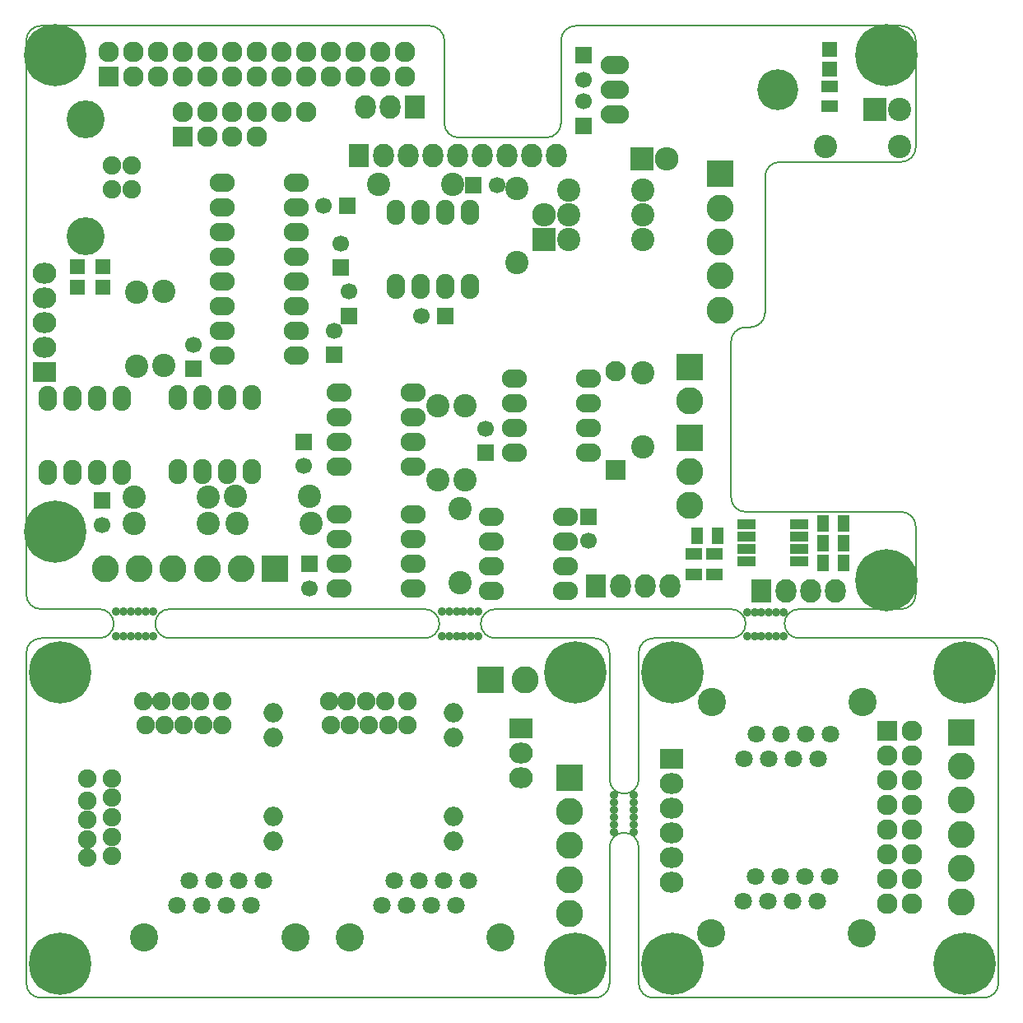
<source format=gbr>
G04 #@! TF.FileFunction,Soldermask,Top*
%FSLAX46Y46*%
G04 Gerber Fmt 4.6, Leading zero omitted, Abs format (unit mm)*
G04 Created by KiCad (PCBNEW 4.0.2-4+6225~38~ubuntu14.04.1-stable) date Mon 07 Mar 2016 05:43:57 PM CET*
%MOMM*%
G01*
G04 APERTURE LIST*
%ADD10C,0.100000*%
%ADD11C,0.150000*%
%ADD12C,1.901140*%
%ADD13C,3.900120*%
%ADD14C,2.398980*%
%ADD15R,2.100000X2.100000*%
%ADD16O,2.127200X2.127200*%
%ADD17R,2.127200X2.127200*%
%ADD18C,1.900000*%
%ADD19C,1.800000*%
%ADD20C,2.900000*%
%ADD21C,0.900000*%
%ADD22R,1.700000X1.700000*%
%ADD23C,1.700000*%
%ADD24C,2.099260*%
%ADD25R,2.099260X2.099260*%
%ADD26C,6.400000*%
%ADD27O,2.120000X2.120000*%
%ADD28R,2.432000X2.432000*%
%ADD29O,2.432000X2.432000*%
%ADD30R,1.950000X1.000000*%
%ADD31R,2.432000X2.127200*%
%ADD32O,2.432000X2.127200*%
%ADD33C,2.800000*%
%ADD34R,2.800000X2.800000*%
%ADD35R,2.127200X2.432000*%
%ADD36O,2.127200X2.432000*%
%ADD37O,2.899360X1.901140*%
%ADD38C,4.199840*%
%ADD39O,2.000000X2.000000*%
%ADD40R,2.400000X2.400000*%
%ADD41C,2.400000*%
%ADD42R,1.598880X1.598880*%
%ADD43R,1.300000X1.700000*%
%ADD44R,1.700000X1.300000*%
%ADD45O,2.599640X1.901140*%
%ADD46O,1.901140X2.599640*%
G04 APERTURE END LIST*
D10*
D11*
X148250000Y-100000000D02*
X172500000Y-100000000D01*
X141000000Y-100000000D02*
X114750000Y-100000000D01*
X114750000Y-103000000D02*
X141000000Y-103000000D01*
X142500000Y-101500000D02*
G75*
G03X141000000Y-100000000I-1500000J0D01*
G01*
X141000000Y-103000000D02*
G75*
G03X142500000Y-101500000I0J1500000D01*
G01*
X101500000Y-100000000D02*
X107500000Y-100000000D01*
X101500000Y-103000000D02*
X107500000Y-103000000D01*
X148250000Y-100000000D02*
G75*
G03X146750000Y-101500000I0J-1500000D01*
G01*
X148250000Y-103000000D02*
X158500000Y-103000000D01*
X146750000Y-101500000D02*
G75*
G03X148250000Y-103000000I1500000J0D01*
G01*
X174000000Y-90000000D02*
X190000000Y-90000000D01*
X177500000Y-54000000D02*
X190000000Y-54000000D01*
X176000000Y-55500000D02*
X176000000Y-69500000D01*
X172500000Y-88500000D02*
X172500000Y-72500000D01*
X174000000Y-71000000D02*
X174500000Y-71000000D01*
X174500000Y-71000000D02*
G75*
G03X176000000Y-69500000I0J1500000D01*
G01*
X174000000Y-71000000D02*
G75*
G03X172500000Y-72500000I0J-1500000D01*
G01*
X161500000Y-119000000D02*
G75*
G03X163000000Y-117500000I0J1500000D01*
G01*
X163000000Y-124500000D02*
G75*
G03X161500000Y-123000000I-1500000J0D01*
G01*
X163000000Y-124500000D02*
X163000000Y-138500000D01*
X163000000Y-104500000D02*
X163000000Y-117500000D01*
X160000000Y-124500000D02*
X160000000Y-138500000D01*
X160000000Y-104500000D02*
X160000000Y-117500000D01*
X161500000Y-123000000D02*
G75*
G03X160000000Y-124500000I0J-1500000D01*
G01*
X160000000Y-117500000D02*
G75*
G03X161500000Y-119000000I1500000J0D01*
G01*
X164500000Y-103000000D02*
X172500000Y-103000000D01*
X164500000Y-140000000D02*
X198500000Y-140000000D01*
X163000000Y-138500000D02*
G75*
G03X164500000Y-140000000I1500000J0D01*
G01*
X158500000Y-140000000D02*
G75*
G03X160000000Y-138500000I0J1500000D01*
G01*
X164500000Y-103000000D02*
G75*
G03X163000000Y-104500000I0J-1500000D01*
G01*
X160000000Y-104500000D02*
G75*
G03X158500000Y-103000000I-1500000J0D01*
G01*
X113250000Y-101500000D02*
G75*
G03X114750000Y-103000000I1500000J0D01*
G01*
X114750000Y-100000000D02*
G75*
G03X113250000Y-101500000I0J-1500000D01*
G01*
X174000000Y-101500000D02*
G75*
G03X172500000Y-100000000I-1500000J0D01*
G01*
X172500000Y-103000000D02*
G75*
G03X174000000Y-101500000I0J1500000D01*
G01*
X178000000Y-101500000D02*
G75*
G03X179500000Y-103000000I1500000J0D01*
G01*
X179500000Y-100000000D02*
G75*
G03X178000000Y-101500000I0J-1500000D01*
G01*
X190000000Y-100000000D02*
X179500000Y-100000000D01*
X198500000Y-103000000D02*
X179500000Y-103000000D01*
X107500000Y-103000000D02*
G75*
G03X109000000Y-101500000I0J1500000D01*
G01*
X109000000Y-101500000D02*
G75*
G03X107500000Y-100000000I-1500000J0D01*
G01*
X198500000Y-140000000D02*
G75*
G03X200000000Y-138500000I0J1500000D01*
G01*
X200000000Y-104500000D02*
G75*
G03X198500000Y-103000000I-1500000J0D01*
G01*
X101500000Y-103000000D02*
G75*
G03X100000000Y-104500000I0J-1500000D01*
G01*
X100000000Y-138500000D02*
G75*
G03X101500000Y-140000000I1500000J0D01*
G01*
X100000000Y-104500000D02*
X100000000Y-138500000D01*
X200000000Y-104500000D02*
X200000000Y-138500000D01*
X101500000Y-140000000D02*
X158500000Y-140000000D01*
X191500000Y-91500000D02*
G75*
G03X190000000Y-90000000I-1500000J0D01*
G01*
X172500000Y-88500000D02*
G75*
G03X174000000Y-90000000I1500000J0D01*
G01*
X177500000Y-54000000D02*
G75*
G03X176000000Y-55500000I0J-1500000D01*
G01*
X190000000Y-54000000D02*
G75*
G03X191500000Y-52500000I0J1500000D01*
G01*
X191500000Y-41500000D02*
X191500000Y-52500000D01*
X143000000Y-41500000D02*
G75*
G03X141500000Y-40000000I-1500000J0D01*
G01*
X156500000Y-40000000D02*
G75*
G03X155000000Y-41500000I0J-1500000D01*
G01*
X153500000Y-51500000D02*
G75*
G03X155000000Y-50000000I0J1500000D01*
G01*
X143000000Y-50000000D02*
G75*
G03X144500000Y-51500000I1500000J0D01*
G01*
X144500000Y-51500000D02*
X153500000Y-51500000D01*
X143000000Y-41500000D02*
X143000000Y-50000000D01*
X155000000Y-41500000D02*
X155000000Y-50000000D01*
X190000000Y-40000000D02*
X156500000Y-40000000D01*
X100000000Y-41500000D02*
X100000000Y-98500000D01*
X191500000Y-91500000D02*
X191500000Y-98500000D01*
X191500000Y-41500000D02*
G75*
G03X190000000Y-40000000I-1500000J0D01*
G01*
X190000000Y-100000000D02*
G75*
G03X191500000Y-98500000I0J1500000D01*
G01*
X100000000Y-98500000D02*
G75*
G03X101500000Y-100000000I1500000J0D01*
G01*
X101500000Y-40000000D02*
G75*
G03X100000000Y-41500000I0J-1500000D01*
G01*
X101500000Y-40000000D02*
X141500000Y-40000000D01*
D12*
X108839000Y-54356000D03*
X108839000Y-56845200D03*
X110845600Y-56845200D03*
X110845600Y-54356000D03*
D13*
X106121200Y-49580800D03*
X106121200Y-61620400D03*
D14*
X155829000Y-56896000D03*
X163449000Y-56896000D03*
D15*
X116103400Y-51384200D03*
D16*
X116103400Y-48844200D03*
X118643400Y-51384200D03*
X118643400Y-48844200D03*
X121183400Y-51384200D03*
X121183400Y-48844200D03*
X123723400Y-51384200D03*
X123723400Y-48844200D03*
D17*
X108483400Y-45212000D03*
D16*
X108483400Y-42672000D03*
X111023400Y-45212000D03*
X111023400Y-42672000D03*
X113563400Y-45212000D03*
X113563400Y-42672000D03*
X116103400Y-45212000D03*
X116103400Y-42672000D03*
X118643400Y-45212000D03*
X118643400Y-42672000D03*
X121183400Y-45212000D03*
X121183400Y-42672000D03*
X123723400Y-45212000D03*
X123723400Y-42672000D03*
X126263400Y-45212000D03*
X126263400Y-42672000D03*
X128803400Y-45212000D03*
X128803400Y-42672000D03*
X131343400Y-45212000D03*
X131343400Y-42672000D03*
X133883400Y-45212000D03*
X133883400Y-42672000D03*
X136423400Y-45212000D03*
X136423400Y-42672000D03*
X138963400Y-45212000D03*
X138963400Y-42672000D03*
D18*
X139205000Y-109442000D03*
X132955000Y-109442000D03*
X136955000Y-109442000D03*
X134955000Y-109442000D03*
X131191000Y-109474000D03*
X135255000Y-111942000D03*
X133255000Y-111942880D03*
X139205000Y-111942000D03*
X137255000Y-111942000D03*
X131305000Y-111942880D03*
D19*
X117995000Y-130460000D03*
X115455000Y-130460000D03*
X116725000Y-127920000D03*
X119265000Y-127920000D03*
X120535000Y-130460000D03*
X121805000Y-127920000D03*
X123075000Y-130460000D03*
X124345000Y-127920000D03*
D20*
X112150000Y-133750000D03*
X127650000Y-133750000D03*
D21*
X142750000Y-100250000D03*
X143500000Y-100250000D03*
X144250000Y-100250000D03*
X145000000Y-100250000D03*
X145750000Y-100250000D03*
X146500000Y-100250000D03*
X142750000Y-102750000D03*
X143500000Y-102750000D03*
X144250000Y-102750000D03*
X145000000Y-102750000D03*
X145750000Y-102750000D03*
X146500000Y-102750000D03*
D22*
X133032500Y-58483500D03*
D23*
X130532500Y-58483500D03*
D22*
X132334000Y-64897000D03*
D23*
X132334000Y-62397000D03*
D21*
X109250000Y-100250000D03*
X110000000Y-100250000D03*
X110750000Y-100250000D03*
X111500000Y-100250000D03*
X112250000Y-100250000D03*
X113000000Y-100250000D03*
X109250000Y-102750000D03*
X110000000Y-102750000D03*
X110750000Y-102750000D03*
X111500000Y-102750000D03*
X112250000Y-102750000D03*
X113000000Y-102750000D03*
X174150000Y-100350000D03*
X174900000Y-100350000D03*
X175650000Y-100350000D03*
X176400000Y-100350000D03*
X177150000Y-100350000D03*
X177900000Y-100350000D03*
X174150000Y-102750000D03*
X174900000Y-102750000D03*
X175650000Y-102750000D03*
X176400000Y-102750000D03*
X177150000Y-102750000D03*
X177900000Y-102750000D03*
X162450000Y-119150000D03*
X162450000Y-119900000D03*
X162450000Y-120650000D03*
X162450000Y-121400000D03*
X162450000Y-122150000D03*
X162450000Y-122900000D03*
D22*
X133223000Y-69850000D03*
D23*
X133223000Y-67350000D03*
D24*
X160652460Y-75564480D03*
D25*
X160652460Y-85724480D03*
D26*
X196500000Y-136500000D03*
X196500000Y-106500000D03*
X166500000Y-106500000D03*
X166500000Y-136500000D03*
X156500000Y-136500000D03*
X156500000Y-106500000D03*
X103500000Y-106500000D03*
X103500000Y-136500000D03*
X103000000Y-92000000D03*
D22*
X145963000Y-56388000D03*
D23*
X148463000Y-56388000D03*
D22*
X143129000Y-69850000D03*
D23*
X140629000Y-69850000D03*
D27*
X126263400Y-48844200D03*
X128803400Y-48844200D03*
D28*
X153289000Y-61976000D03*
D29*
X153289000Y-59436000D03*
D26*
X188500000Y-43000000D03*
X188500000Y-97000000D03*
X103000000Y-43000000D03*
D22*
X157353000Y-43053000D03*
D23*
X157353000Y-45553000D03*
D22*
X157353000Y-50292000D03*
D23*
X157353000Y-47792000D03*
D22*
X128549400Y-82804000D03*
D23*
X128549400Y-85304000D03*
D22*
X129159000Y-95377000D03*
D23*
X129159000Y-97877000D03*
D22*
X107823000Y-88836500D03*
D23*
X107823000Y-91336500D03*
D22*
X117221000Y-75311000D03*
D23*
X117221000Y-72811000D03*
D22*
X157835600Y-90474800D03*
D23*
X157835600Y-92974800D03*
D30*
X174109400Y-91236800D03*
X174109400Y-92506800D03*
X174109400Y-93776800D03*
X174109400Y-95046800D03*
X179509400Y-95046800D03*
X179509400Y-93776800D03*
X179509400Y-92506800D03*
X179509400Y-91236800D03*
D31*
X101854000Y-75628500D03*
D32*
X101854000Y-73088500D03*
X101854000Y-70548500D03*
X101854000Y-68008500D03*
X101854000Y-65468500D03*
D14*
X144653000Y-97282000D03*
X144653000Y-89662000D03*
X142367000Y-86741000D03*
X142367000Y-79121000D03*
X145161000Y-79121000D03*
X145161000Y-86741000D03*
X121666000Y-91186000D03*
X129286000Y-91186000D03*
X111125000Y-88519000D03*
X118745000Y-88519000D03*
X121539000Y-88392000D03*
X129159000Y-88392000D03*
X118745000Y-91186000D03*
X111125000Y-91186000D03*
X111379000Y-75057000D03*
X111379000Y-67437000D03*
X114173000Y-74930000D03*
X114173000Y-67310000D03*
X163449000Y-75692000D03*
X163449000Y-83312000D03*
D33*
X122090000Y-95820000D03*
D34*
X125590000Y-95820000D03*
D33*
X118590000Y-95820000D03*
X115090000Y-95820000D03*
X111590000Y-95820000D03*
X108090000Y-95820000D03*
X151292500Y-107253000D03*
D34*
X147792500Y-107253000D03*
D33*
X171385000Y-58730000D03*
D34*
X171385000Y-55230000D03*
D33*
X171385000Y-62230000D03*
X171385000Y-65730000D03*
X171385000Y-69230000D03*
X155891000Y-120833000D03*
D34*
X155891000Y-117333000D03*
D33*
X155891000Y-124333000D03*
X155891000Y-127833000D03*
X155891000Y-131333000D03*
D18*
X106267000Y-117462000D03*
X106267000Y-123712000D03*
X106267000Y-119712000D03*
X106267000Y-121712000D03*
X106299000Y-125603000D03*
X108767000Y-121412000D03*
X108767880Y-123412000D03*
X108767000Y-117462000D03*
X108767000Y-119412000D03*
X108767880Y-125362000D03*
X120155000Y-109442000D03*
X113905000Y-109442000D03*
X117905000Y-109442000D03*
X115905000Y-109442000D03*
X112014000Y-109474000D03*
X116205000Y-111942000D03*
X114205000Y-111942880D03*
X120155000Y-111942000D03*
X118205000Y-111942000D03*
X112255000Y-111942880D03*
D28*
X163322000Y-53721000D03*
D29*
X165862000Y-53721000D03*
D14*
X150495000Y-64389000D03*
X150495000Y-56769000D03*
X155829000Y-61976000D03*
X163449000Y-61976000D03*
X155829000Y-59436000D03*
X163449000Y-59436000D03*
D33*
X196150000Y-116162000D03*
D34*
X196150000Y-112662000D03*
D33*
X196150000Y-119662000D03*
X196150000Y-123162000D03*
X196150000Y-126662000D03*
X196150000Y-130162000D03*
D35*
X139935800Y-48326200D03*
D36*
X137395800Y-48326200D03*
X134855800Y-48326200D03*
D21*
X160450000Y-119150000D03*
X160450000Y-119900000D03*
X160450000Y-120650000D03*
X160450000Y-121400000D03*
X160450000Y-122150000D03*
X160450000Y-122900000D03*
D19*
X180213000Y-112893000D03*
X182753000Y-112893000D03*
X181483000Y-115433000D03*
X178943000Y-115433000D03*
X177673000Y-112893000D03*
X176403000Y-115433000D03*
X175133000Y-112893000D03*
X173863000Y-115433000D03*
D20*
X186058000Y-109603000D03*
X170558000Y-109603000D03*
D19*
X176276000Y-130058000D03*
X173736000Y-130058000D03*
X175006000Y-127518000D03*
X177546000Y-127518000D03*
X178816000Y-130058000D03*
X180086000Y-127518000D03*
X181356000Y-130058000D03*
X182626000Y-127518000D03*
D20*
X170431000Y-133348000D03*
X185931000Y-133348000D03*
D19*
X139095000Y-130460000D03*
X136555000Y-130460000D03*
X137825000Y-127920000D03*
X140365000Y-127920000D03*
X141635000Y-130460000D03*
X142905000Y-127920000D03*
X144175000Y-130460000D03*
X145445000Y-127920000D03*
D20*
X133250000Y-133750000D03*
X148750000Y-133750000D03*
D17*
X188595000Y-112522000D03*
D16*
X191135000Y-112522000D03*
X188595000Y-115062000D03*
X191135000Y-115062000D03*
X188595000Y-117602000D03*
X191135000Y-117602000D03*
X188595000Y-120142000D03*
X191135000Y-120142000D03*
X188595000Y-122682000D03*
X191135000Y-122682000D03*
X188595000Y-125222000D03*
X191135000Y-125222000D03*
X188595000Y-127762000D03*
X191135000Y-127762000D03*
X188595000Y-130302000D03*
X191135000Y-130302000D03*
D31*
X166370000Y-115443000D03*
D32*
X166370000Y-117983000D03*
X166370000Y-120523000D03*
X166370000Y-123063000D03*
X166370000Y-125603000D03*
X166370000Y-128143000D03*
D37*
X160528000Y-46609000D03*
X160528000Y-44069000D03*
X160528000Y-49149000D03*
D38*
X177292000Y-46609000D03*
D35*
X175577500Y-98171000D03*
D36*
X178117500Y-98171000D03*
X180657500Y-98171000D03*
X183197500Y-98171000D03*
D33*
X168210000Y-85852000D03*
D34*
X168210000Y-82352000D03*
D33*
X168210000Y-89352000D03*
X168210000Y-78585000D03*
D34*
X168210000Y-75085000D03*
D22*
X147256500Y-83947000D03*
D23*
X147256500Y-81447000D03*
D35*
X134239000Y-53340000D03*
D36*
X136779000Y-53340000D03*
X139319000Y-53340000D03*
X141859000Y-53340000D03*
X144399000Y-53340000D03*
X146939000Y-53340000D03*
X149479000Y-53340000D03*
X152019000Y-53340000D03*
X154559000Y-53340000D03*
D14*
X143827500Y-56324500D03*
X136207500Y-56324500D03*
D39*
X143941800Y-110642400D03*
X143941800Y-113182400D03*
X143941800Y-121310400D03*
X143941800Y-123850400D03*
X125399800Y-110642400D03*
X125399800Y-113182400D03*
X125399800Y-121310400D03*
X125399800Y-123850400D03*
D31*
X150926800Y-112242600D03*
D32*
X150926800Y-114782600D03*
X150926800Y-117322600D03*
D40*
X187325000Y-48641000D03*
D41*
X189865000Y-48641000D03*
D14*
X189865000Y-52451000D03*
X182245000Y-52451000D03*
D22*
X131699000Y-73850500D03*
D23*
X131699000Y-71350500D03*
D42*
X182626000Y-44483020D03*
X182626000Y-42384980D03*
X107886500Y-64800480D03*
X107886500Y-66898520D03*
X105283000Y-64800480D03*
X105283000Y-66898520D03*
D43*
X181957000Y-91186000D03*
X184057000Y-91186000D03*
X181957000Y-93218000D03*
X184057000Y-93218000D03*
X181957000Y-95250000D03*
X184057000Y-95250000D03*
X171128400Y-92456000D03*
X169028400Y-92456000D03*
D44*
X170751500Y-94327000D03*
X170751500Y-96427000D03*
X168656000Y-94327000D03*
X168656000Y-96427000D03*
X182626000Y-46194000D03*
X182626000Y-48294000D03*
D45*
X127810000Y-73890000D03*
X127810000Y-71350000D03*
X127810000Y-68810000D03*
X127810000Y-66270000D03*
X127810000Y-63730000D03*
X127810000Y-61190000D03*
X127810000Y-58650000D03*
X127810000Y-56110000D03*
X120190000Y-56110000D03*
X120190000Y-58650000D03*
X120190000Y-61190000D03*
X120190000Y-63730000D03*
X120190000Y-66270000D03*
X120190000Y-68810000D03*
X120190000Y-71350000D03*
X120190000Y-73890000D03*
X139827000Y-85344000D03*
X139827000Y-82804000D03*
X139827000Y-80264000D03*
X139827000Y-77724000D03*
X132207000Y-77724000D03*
X132207000Y-80264000D03*
X132207000Y-82804000D03*
X132207000Y-85344000D03*
X139827000Y-97917000D03*
X139827000Y-95377000D03*
X139827000Y-92837000D03*
X139827000Y-90297000D03*
X132207000Y-90297000D03*
X132207000Y-92837000D03*
X132207000Y-95377000D03*
X132207000Y-97917000D03*
D46*
X115570000Y-85852000D03*
X118110000Y-85852000D03*
X120650000Y-85852000D03*
X123190000Y-85852000D03*
X123190000Y-78232000D03*
X120650000Y-78232000D03*
X118110000Y-78232000D03*
X115570000Y-78232000D03*
X109791500Y-78295500D03*
X107251500Y-78295500D03*
X104711500Y-78295500D03*
X102171500Y-78295500D03*
X102171500Y-85915500D03*
X104711500Y-85915500D03*
X107251500Y-85915500D03*
X109791500Y-85915500D03*
D45*
X147828000Y-90525600D03*
X147828000Y-93065600D03*
X147828000Y-95605600D03*
X147828000Y-98145600D03*
X155448000Y-98145600D03*
X155448000Y-95605600D03*
X155448000Y-93065600D03*
X155448000Y-90525600D03*
X157861000Y-83947000D03*
X157861000Y-81407000D03*
X157861000Y-78867000D03*
X157861000Y-76327000D03*
X150241000Y-76327000D03*
X150241000Y-78867000D03*
X150241000Y-81407000D03*
X150241000Y-83947000D03*
D46*
X138049000Y-66802000D03*
X140589000Y-66802000D03*
X143129000Y-66802000D03*
X145669000Y-66802000D03*
X145669000Y-59182000D03*
X143129000Y-59182000D03*
X140589000Y-59182000D03*
X138049000Y-59182000D03*
D35*
X158597600Y-97637600D03*
D36*
X161137600Y-97637600D03*
X163677600Y-97637600D03*
X166217600Y-97637600D03*
M02*

</source>
